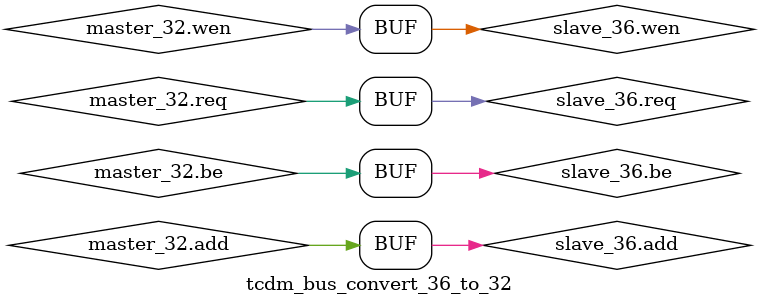
<source format=sv>

module tcdm_bus_convert_36_to_32 #(
    parameter bit TAG_BITS_READ_VALUE = 1'b1
    )
    (
      XBAR_TCDM_BUS_36.Slave    slave_36,
      XBAR_TCDM_BUS.Master      master_32
    );
    
    assign master_32.req = slave_36.req;
    assign master_32.add = slave_36.add;
    assign master_32.wen = slave_36.wen;
    assign master_32.be  = slave_36.be;
    assign master_32.wdata[ 7: 0] = slave_36.wdata[ 7: 0];
    assign master_32.wdata[15: 8] = slave_36.wdata[16: 9];
    assign master_32.wdata[23:16] = slave_36.wdata[25:18];
    assign master_32.wdata[31:24] = slave_36.wdata[34:27];
    
    assign slave_36.gnt     = master_32.gnt;
    assign slave_36.r_opc   = master_32.r_opc;
    assign slave_36.r_valid = master_32.r_valid;
    assign slave_36.r_rdata[ 7: 0] = master_32.r_rdata[ 7: 0];
    assign slave_36.r_rdata[    8] = TAG_BITS_READ_VALUE;
    assign slave_36.r_rdata[16: 9] = master_32.r_rdata[15: 8];
    assign slave_36.r_rdata[   17] = TAG_BITS_READ_VALUE;
    assign slave_36.r_rdata[25:18] = master_32.r_rdata[23:16];
    assign slave_36.r_rdata[   26] = TAG_BITS_READ_VALUE;
    assign slave_36.r_rdata[34:27] = master_32.r_rdata[31:24];
    assign slave_36.r_rdata[   35] = TAG_BITS_READ_VALUE;

endmodule

</source>
